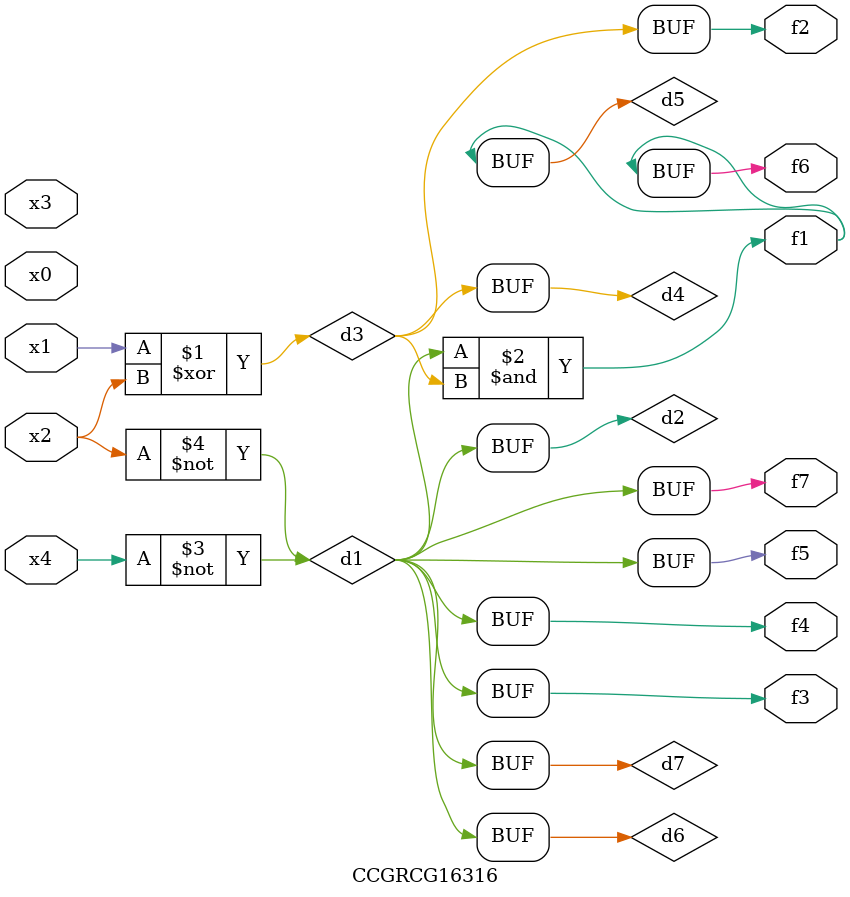
<source format=v>
module CCGRCG16316(
	input x0, x1, x2, x3, x4,
	output f1, f2, f3, f4, f5, f6, f7
);

	wire d1, d2, d3, d4, d5, d6, d7;

	not (d1, x4);
	not (d2, x2);
	xor (d3, x1, x2);
	buf (d4, d3);
	and (d5, d1, d3);
	buf (d6, d1, d2);
	buf (d7, d2);
	assign f1 = d5;
	assign f2 = d4;
	assign f3 = d7;
	assign f4 = d7;
	assign f5 = d7;
	assign f6 = d5;
	assign f7 = d7;
endmodule

</source>
